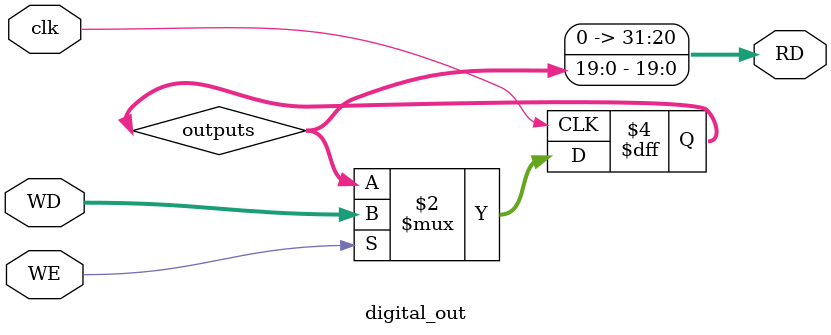
<source format=v>
`timescale 1ns / 1ps


module digital_out
(
    input clk,
    input [19:0] WD,
    input WE,
    
    output [31:0] RD
);

    // Peripheral registers
    reg [19:0] outputs = 0;
    assign RD = outputs;

    always @ (posedge clk)
        outputs <= WE ? WD : outputs;

endmodule

</source>
